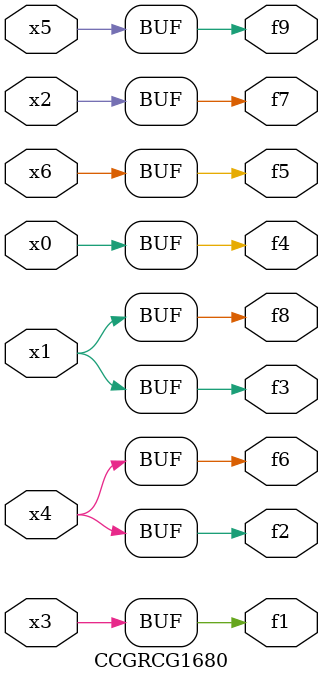
<source format=v>
module CCGRCG1680(
	input x0, x1, x2, x3, x4, x5, x6,
	output f1, f2, f3, f4, f5, f6, f7, f8, f9
);
	assign f1 = x3;
	assign f2 = x4;
	assign f3 = x1;
	assign f4 = x0;
	assign f5 = x6;
	assign f6 = x4;
	assign f7 = x2;
	assign f8 = x1;
	assign f9 = x5;
endmodule

</source>
